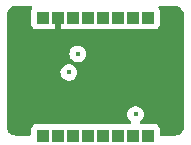
<source format=gbr>
%TF.GenerationSoftware,KiCad,Pcbnew,7.0.10-7.0.10~ubuntu22.04.1*%
%TF.CreationDate,2024-01-02T10:30:17+00:00*%
%TF.ProjectId,EMG_DAQ_ADS1293,454d475f-4441-4515-9f41-445331323933,1.0*%
%TF.SameCoordinates,Original*%
%TF.FileFunction,Copper,L3,Inr*%
%TF.FilePolarity,Positive*%
%FSLAX46Y46*%
G04 Gerber Fmt 4.6, Leading zero omitted, Abs format (unit mm)*
G04 Created by KiCad (PCBNEW 7.0.10-7.0.10~ubuntu22.04.1) date 2024-01-02 10:30:17*
%MOMM*%
%LPD*%
G01*
G04 APERTURE LIST*
%TA.AperFunction,ComponentPad*%
%ADD10R,1.000000X1.000000*%
%TD*%
%TA.AperFunction,ViaPad*%
%ADD11C,0.400000*%
%TD*%
G04 APERTURE END LIST*
D10*
%TO.N,/in1*%
%TO.C,J3*%
X26825000Y-40000000D03*
%TD*%
%TO.N,unconnected-(J1-Pin_1-Pad1)*%
%TO.C,J1*%
X28095000Y-30000000D03*
%TD*%
%TO.N,/in1*%
%TO.C,J2*%
X25555000Y-40000000D03*
%TD*%
%TO.N,/MISO*%
%TO.C,J9*%
X29365000Y-30000000D03*
%TD*%
%TO.N,/in4*%
%TO.C,J15*%
X33175000Y-40000000D03*
%TD*%
%TO.N,/extRef*%
%TO.C,J7*%
X34445000Y-30000000D03*
%TD*%
%TO.N,/in2*%
%TO.C,J5*%
X29365000Y-40000000D03*
%TD*%
%TO.N,/in2*%
%TO.C,J4*%
X28095000Y-40000000D03*
%TD*%
%TO.N,/MOSI*%
%TO.C,J10*%
X30635000Y-30000000D03*
%TD*%
%TO.N,GND*%
%TO.C,J14*%
X26825000Y-30000000D03*
%TD*%
%TO.N,/in3*%
%TO.C,J8*%
X31905000Y-40000000D03*
%TD*%
%TO.N,/CSB*%
%TO.C,J12*%
X33175000Y-30000000D03*
%TD*%
%TO.N,/in5*%
%TO.C,J16*%
X34445000Y-40000000D03*
%TD*%
%TO.N,/in3*%
%TO.C,J6*%
X30635000Y-40000000D03*
%TD*%
%TO.N,/SCLK*%
%TO.C,J11*%
X31905000Y-30000000D03*
%TD*%
%TO.N,+3.3V*%
%TO.C,J13*%
X25555000Y-30000000D03*
%TD*%
D11*
%TO.N,GND*%
X25900000Y-32500000D03*
X24620000Y-35680000D03*
%TO.N,XTAL2*%
X27750000Y-34650000D03*
%TO.N,XTAL1*%
X28500000Y-33075000D03*
%TO.N,/in6*%
X33400000Y-38200000D03*
%TD*%
%TA.AperFunction,Conductor*%
%TO.N,GND*%
G36*
X24615551Y-29030185D02*
G01*
X24661306Y-29082989D01*
X24671250Y-29152147D01*
X24647779Y-29208811D01*
X24611204Y-29257668D01*
X24611202Y-29257671D01*
X24560908Y-29392517D01*
X24554501Y-29452116D01*
X24554501Y-29452123D01*
X24554500Y-29452135D01*
X24554500Y-30547870D01*
X24554501Y-30547876D01*
X24560908Y-30607483D01*
X24611202Y-30742328D01*
X24611206Y-30742335D01*
X24697452Y-30857544D01*
X24697455Y-30857547D01*
X24812664Y-30943793D01*
X24812671Y-30943797D01*
X24947517Y-30994091D01*
X24947516Y-30994091D01*
X24954444Y-30994835D01*
X25007127Y-31000500D01*
X26102872Y-31000499D01*
X26162483Y-30994091D01*
X26162490Y-30994088D01*
X26162566Y-30994071D01*
X26162671Y-30994070D01*
X26170197Y-30993262D01*
X26170283Y-30994070D01*
X26209772Y-30994069D01*
X26209912Y-30992769D01*
X26277155Y-30999999D01*
X26277172Y-31000000D01*
X26575000Y-31000000D01*
X26575000Y-30207672D01*
X26612871Y-30252805D01*
X26712129Y-30310112D01*
X26796564Y-30325000D01*
X26853436Y-30325000D01*
X26937871Y-30310112D01*
X27037129Y-30252805D01*
X27075000Y-30207672D01*
X27075000Y-31000000D01*
X27372828Y-31000000D01*
X27372844Y-30999999D01*
X27440088Y-30992769D01*
X27440227Y-30994068D01*
X27479717Y-30994068D01*
X27479804Y-30993262D01*
X27487300Y-30994068D01*
X27487423Y-30994068D01*
X27487510Y-30994088D01*
X27487517Y-30994091D01*
X27487523Y-30994091D01*
X27487525Y-30994092D01*
X27496232Y-30995028D01*
X27547127Y-31000500D01*
X28642872Y-31000499D01*
X28690759Y-30995351D01*
X28710197Y-30993262D01*
X28710311Y-30994330D01*
X28749688Y-30994329D01*
X28749803Y-30993261D01*
X28757514Y-30994089D01*
X28757517Y-30994091D01*
X28817127Y-31000500D01*
X29912872Y-31000499D01*
X29960759Y-30995351D01*
X29980197Y-30993262D01*
X29980311Y-30994330D01*
X30019688Y-30994329D01*
X30019803Y-30993261D01*
X30027514Y-30994089D01*
X30027517Y-30994091D01*
X30087127Y-31000500D01*
X31182872Y-31000499D01*
X31230759Y-30995351D01*
X31250197Y-30993262D01*
X31250311Y-30994330D01*
X31289688Y-30994329D01*
X31289803Y-30993261D01*
X31297514Y-30994089D01*
X31297517Y-30994091D01*
X31357127Y-31000500D01*
X32452872Y-31000499D01*
X32500759Y-30995351D01*
X32520197Y-30993262D01*
X32520311Y-30994330D01*
X32559688Y-30994329D01*
X32559803Y-30993261D01*
X32567514Y-30994089D01*
X32567517Y-30994091D01*
X32627127Y-31000500D01*
X33722872Y-31000499D01*
X33770759Y-30995351D01*
X33790197Y-30993262D01*
X33790311Y-30994330D01*
X33829688Y-30994329D01*
X33829803Y-30993261D01*
X33837514Y-30994089D01*
X33837517Y-30994091D01*
X33897127Y-31000500D01*
X34992872Y-31000499D01*
X35052483Y-30994091D01*
X35187331Y-30943796D01*
X35302546Y-30857546D01*
X35388796Y-30742331D01*
X35439091Y-30607483D01*
X35445500Y-30547873D01*
X35445499Y-29452128D01*
X35439091Y-29392517D01*
X35423206Y-29349928D01*
X35388797Y-29257671D01*
X35388795Y-29257668D01*
X35352221Y-29208811D01*
X35327804Y-29143347D01*
X35342656Y-29075074D01*
X35392061Y-29025668D01*
X35451488Y-29010500D01*
X36743908Y-29010500D01*
X36756061Y-29011097D01*
X36765633Y-29012039D01*
X36882118Y-29023512D01*
X36905955Y-29028254D01*
X37021310Y-29063247D01*
X37043764Y-29072548D01*
X37096919Y-29100959D01*
X37150071Y-29129370D01*
X37170283Y-29142875D01*
X37263464Y-29219347D01*
X37280652Y-29236535D01*
X37357124Y-29329716D01*
X37370629Y-29349928D01*
X37427450Y-29456232D01*
X37436752Y-29478689D01*
X37471745Y-29594044D01*
X37476488Y-29617886D01*
X37488903Y-29743938D01*
X37489500Y-29756092D01*
X37489500Y-39243906D01*
X37488903Y-39256060D01*
X37476488Y-39382112D01*
X37471746Y-39405953D01*
X37436753Y-39521309D01*
X37427450Y-39543767D01*
X37370629Y-39650072D01*
X37357124Y-39670284D01*
X37280653Y-39763464D01*
X37263465Y-39780652D01*
X37170284Y-39857124D01*
X37150072Y-39870629D01*
X37043768Y-39927450D01*
X37021310Y-39936753D01*
X36905954Y-39971746D01*
X36882113Y-39976488D01*
X36756072Y-39988902D01*
X36743918Y-39989499D01*
X35569499Y-39989499D01*
X35502460Y-39969814D01*
X35456705Y-39917010D01*
X35445499Y-39865499D01*
X35445499Y-39452129D01*
X35445498Y-39452123D01*
X35445497Y-39452116D01*
X35439091Y-39392517D01*
X35435210Y-39382112D01*
X35388797Y-39257671D01*
X35388793Y-39257664D01*
X35302547Y-39142455D01*
X35302544Y-39142452D01*
X35187335Y-39056206D01*
X35187328Y-39056202D01*
X35052482Y-39005908D01*
X35052483Y-39005908D01*
X34992883Y-38999501D01*
X34992881Y-38999500D01*
X34992873Y-38999500D01*
X34992864Y-38999500D01*
X33897129Y-38999500D01*
X33897111Y-38999501D01*
X33892791Y-38999966D01*
X33824033Y-38987553D01*
X33772901Y-38939936D01*
X33755630Y-38872235D01*
X33777702Y-38805943D01*
X33797323Y-38783859D01*
X33800848Y-38780736D01*
X33800852Y-38780734D01*
X33928183Y-38667929D01*
X34024818Y-38527930D01*
X34085140Y-38368872D01*
X34105645Y-38200000D01*
X34085140Y-38031128D01*
X34024818Y-37872070D01*
X33928183Y-37732071D01*
X33800852Y-37619266D01*
X33800849Y-37619263D01*
X33650226Y-37540210D01*
X33485056Y-37499500D01*
X33314944Y-37499500D01*
X33149773Y-37540210D01*
X32999150Y-37619263D01*
X32871816Y-37732072D01*
X32775182Y-37872068D01*
X32714860Y-38031125D01*
X32714859Y-38031130D01*
X32694355Y-38200000D01*
X32714859Y-38368869D01*
X32714860Y-38368874D01*
X32775182Y-38527931D01*
X32837475Y-38618177D01*
X32871817Y-38667929D01*
X32999148Y-38780734D01*
X32999150Y-38780735D01*
X33001350Y-38782684D01*
X33038477Y-38841874D01*
X33037709Y-38911739D01*
X32999292Y-38970099D01*
X32935421Y-38998424D01*
X32919123Y-38999500D01*
X32627130Y-38999500D01*
X32627123Y-38999501D01*
X32559804Y-39006738D01*
X32559690Y-39005674D01*
X32520310Y-39005674D01*
X32520196Y-39006738D01*
X32452883Y-38999501D01*
X32452881Y-38999500D01*
X32452873Y-38999500D01*
X32452864Y-38999500D01*
X31357129Y-38999500D01*
X31357123Y-38999501D01*
X31289804Y-39006738D01*
X31289690Y-39005674D01*
X31250310Y-39005674D01*
X31250196Y-39006738D01*
X31182883Y-38999501D01*
X31182881Y-38999500D01*
X31182873Y-38999500D01*
X31182864Y-38999500D01*
X30087129Y-38999500D01*
X30087123Y-38999501D01*
X30019804Y-39006738D01*
X30019690Y-39005674D01*
X29980310Y-39005674D01*
X29980196Y-39006738D01*
X29912883Y-38999501D01*
X29912881Y-38999500D01*
X29912873Y-38999500D01*
X29912864Y-38999500D01*
X28817129Y-38999500D01*
X28817123Y-38999501D01*
X28749804Y-39006738D01*
X28749690Y-39005674D01*
X28710310Y-39005674D01*
X28710196Y-39006738D01*
X28642883Y-38999501D01*
X28642881Y-38999500D01*
X28642873Y-38999500D01*
X28642864Y-38999500D01*
X27547129Y-38999500D01*
X27547123Y-38999501D01*
X27479804Y-39006738D01*
X27479690Y-39005674D01*
X27440310Y-39005674D01*
X27440196Y-39006738D01*
X27372883Y-38999501D01*
X27372881Y-38999500D01*
X27372873Y-38999500D01*
X27372864Y-38999500D01*
X26277129Y-38999500D01*
X26277123Y-38999501D01*
X26209804Y-39006738D01*
X26209690Y-39005674D01*
X26170310Y-39005674D01*
X26170196Y-39006738D01*
X26102883Y-38999501D01*
X26102881Y-38999500D01*
X26102873Y-38999500D01*
X26102864Y-38999500D01*
X25007129Y-38999500D01*
X25007123Y-38999501D01*
X24947516Y-39005908D01*
X24812671Y-39056202D01*
X24812664Y-39056206D01*
X24697455Y-39142452D01*
X24697452Y-39142455D01*
X24611206Y-39257664D01*
X24611202Y-39257671D01*
X24560908Y-39392517D01*
X24554501Y-39452116D01*
X24554501Y-39452123D01*
X24554500Y-39452135D01*
X24554500Y-39865499D01*
X24534815Y-39932538D01*
X24482011Y-39978293D01*
X24430500Y-39989499D01*
X23256090Y-39989499D01*
X23243937Y-39988902D01*
X23117887Y-39976488D01*
X23094044Y-39971745D01*
X22978689Y-39936752D01*
X22956232Y-39927450D01*
X22849928Y-39870629D01*
X22829716Y-39857124D01*
X22736535Y-39780652D01*
X22719347Y-39763464D01*
X22642875Y-39670283D01*
X22629370Y-39650071D01*
X22572549Y-39543767D01*
X22563247Y-39521310D01*
X22528254Y-39405955D01*
X22523512Y-39382118D01*
X22511097Y-39256060D01*
X22510500Y-39243907D01*
X22510500Y-34650000D01*
X27044355Y-34650000D01*
X27064859Y-34818869D01*
X27064860Y-34818874D01*
X27125182Y-34977931D01*
X27187475Y-35068177D01*
X27221817Y-35117929D01*
X27327505Y-35211560D01*
X27349150Y-35230736D01*
X27499773Y-35309789D01*
X27499775Y-35309790D01*
X27664944Y-35350500D01*
X27835056Y-35350500D01*
X28000225Y-35309790D01*
X28079692Y-35268081D01*
X28150849Y-35230736D01*
X28150850Y-35230734D01*
X28150852Y-35230734D01*
X28278183Y-35117929D01*
X28374818Y-34977930D01*
X28435140Y-34818872D01*
X28455645Y-34650000D01*
X28435140Y-34481128D01*
X28374818Y-34322070D01*
X28278183Y-34182071D01*
X28150852Y-34069266D01*
X28150849Y-34069263D01*
X28000226Y-33990210D01*
X27835056Y-33949500D01*
X27664944Y-33949500D01*
X27499773Y-33990210D01*
X27349150Y-34069263D01*
X27221816Y-34182072D01*
X27125182Y-34322068D01*
X27064860Y-34481125D01*
X27064859Y-34481130D01*
X27044355Y-34650000D01*
X22510500Y-34650000D01*
X22510500Y-33075000D01*
X27794355Y-33075000D01*
X27814859Y-33243869D01*
X27814860Y-33243874D01*
X27875182Y-33402931D01*
X27937475Y-33493177D01*
X27971817Y-33542929D01*
X28077505Y-33636560D01*
X28099150Y-33655736D01*
X28249773Y-33734789D01*
X28249775Y-33734790D01*
X28414944Y-33775500D01*
X28585056Y-33775500D01*
X28750225Y-33734790D01*
X28829692Y-33693081D01*
X28900849Y-33655736D01*
X28900850Y-33655734D01*
X28900852Y-33655734D01*
X29028183Y-33542929D01*
X29124818Y-33402930D01*
X29185140Y-33243872D01*
X29205645Y-33075000D01*
X29185140Y-32906128D01*
X29124818Y-32747070D01*
X29028183Y-32607071D01*
X28900852Y-32494266D01*
X28900849Y-32494263D01*
X28750226Y-32415210D01*
X28585056Y-32374500D01*
X28414944Y-32374500D01*
X28249773Y-32415210D01*
X28099150Y-32494263D01*
X27971816Y-32607072D01*
X27875182Y-32747068D01*
X27814860Y-32906125D01*
X27814859Y-32906130D01*
X27794355Y-33075000D01*
X22510500Y-33075000D01*
X22510500Y-29756092D01*
X22511097Y-29743939D01*
X22517877Y-29675097D01*
X22523512Y-29617880D01*
X22528251Y-29594054D01*
X22563248Y-29478683D01*
X22572546Y-29456238D01*
X22629374Y-29349921D01*
X22642870Y-29329721D01*
X22719350Y-29236530D01*
X22736529Y-29219351D01*
X22829721Y-29142870D01*
X22849921Y-29129373D01*
X22956238Y-29072546D01*
X22978682Y-29063248D01*
X23094053Y-29028251D01*
X23117878Y-29023512D01*
X23226582Y-29012805D01*
X23243919Y-29011098D01*
X23256073Y-29010501D01*
X23304766Y-29010501D01*
X23304775Y-29010500D01*
X24548512Y-29010500D01*
X24615551Y-29030185D01*
G37*
%TD.AperFunction*%
%TD*%
M02*

</source>
